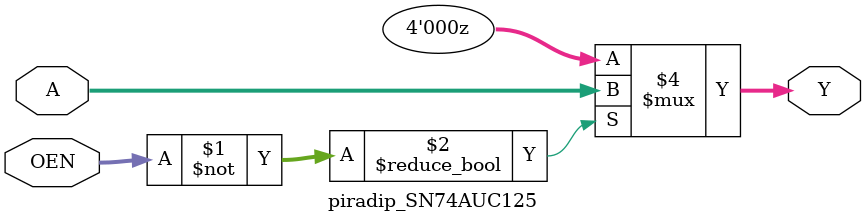
<source format=sv>
`timescale 1ns / 1ps



module piradip_SN74LVC1G139 (
        input wire A,
        input wire B,
        output wire [3:0] Y,
        output wire Y1,
        output wire Y2,
        output wire Y3
    );
    
    
    
    assign #4.90 Y = { ~(A & B), ~(~A & B),  ~(A & ~B), ~(~A & ~B) };
endmodule

module piradip_SN74LVC138A (
        input wire A,
        input wire B,
        input wire C,
        input wire G1,
        input wire G2A,
        input wire G2B,
        output wire [7:0] Y  
    );
    
    wire OE = ~(G1 & ~G2A & ~G2B);
    wire sel = { C, B, A };
    
    assign #5.90 Y = { ~(sel == 7 & ~OE), ~(sel == 6 & ~OE), ~(sel == 5 & ~OE),
        ~(sel == 4 & ~OE), ~(sel == 3 & ~OE), ~(sel == 2 & ~OE), ~(sel == 1 & ~OE),
        ~(sel == 0 & ~OE)};
endmodule

module piradip_SN74AUC125 (
        input [3:0] OEN,
        input [3:0] A,
        output [3:0] Y
    );
    
    assign #2.1 Y = ~OEN ? A : 1'bZ;
endmodule
</source>
